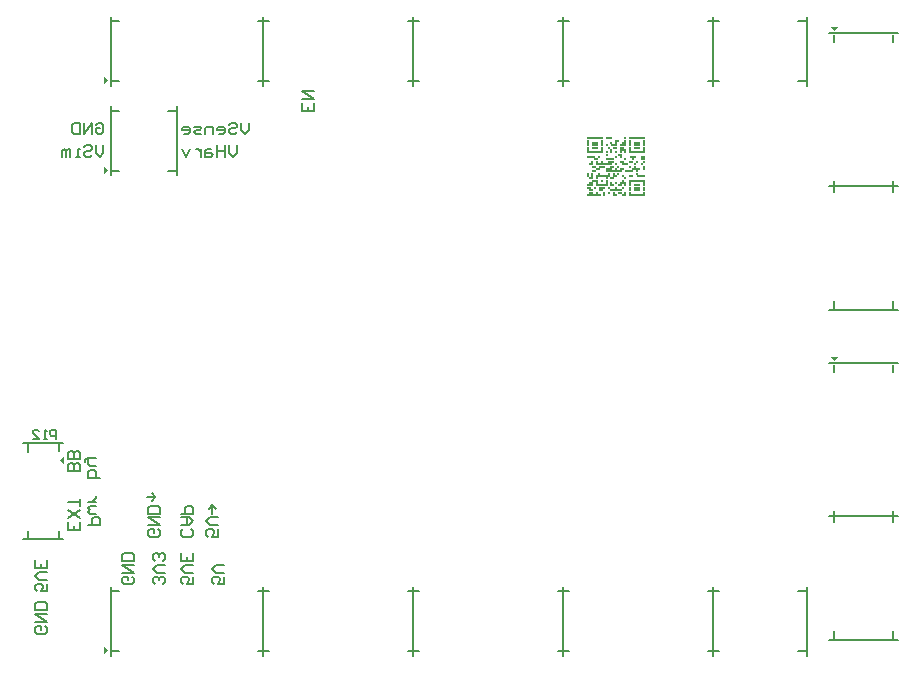
<source format=gbr>
%TF.GenerationSoftware,Altium Limited,Altium Designer,21.9.2 (33)*%
G04 Layer_Color=32896*
%FSLAX45Y45*%
%MOMM*%
%TF.SameCoordinates,7777544D-92F5-45BF-99EE-D781317D7DBF*%
%TF.FilePolarity,Positive*%
%TF.FileFunction,Legend,Bot*%
%TF.Part,Single*%
G01*
G75*
%TA.AperFunction,NonConductor*%
%ADD102C,0.20000*%
%ADD103C,0.15000*%
%ADD104R,1.40000X0.15001*%
%ADD105R,0.60000X0.15001*%
%ADD106R,0.20000X0.15001*%
%ADD107R,0.40000X0.15001*%
%ADD108R,0.60000X0.14996*%
%ADD109R,0.20000X0.14996*%
%ADD110R,0.40000X0.14996*%
%ADD111R,1.40000X0.14996*%
%ADD112R,0.80000X0.14996*%
%ADD113R,1.20000X0.14996*%
%ADD114R,1.00000X0.14996*%
G36*
X8008000Y5313500D02*
X7975843Y5352089D01*
X8040158D01*
X8008000Y5313500D01*
D02*
G37*
G36*
X1860418Y4896449D02*
X1822000Y4864434D01*
Y4928464D01*
X1860418Y4896449D01*
D02*
G37*
G36*
X1861288Y4138203D02*
X1822699Y4106046D01*
Y4170361D01*
X1861288Y4138203D01*
D02*
G37*
G36*
X8008000Y2519500D02*
X7975843Y2558089D01*
X8040158D01*
X8008000Y2519500D01*
D02*
G37*
G36*
X1488589Y1646842D02*
X1450000Y1679000D01*
X1488589Y1711157D01*
Y1646842D01*
D02*
G37*
G36*
X1860418Y70449D02*
X1822000Y38434D01*
Y102464D01*
X1860418Y70449D01*
D02*
G37*
D102*
X1180000Y1024000D02*
Y1083997D01*
X1140000Y1014000D02*
X1480000D01*
X1440000Y1024000D02*
Y1086000D01*
Y1756003D02*
Y1816000D01*
X1140000Y1826000D02*
X1480000D01*
X1180000Y1754000D02*
Y1816000D01*
X8508000Y2431503D02*
Y2491500D01*
X7963000Y2501500D02*
X8548000D01*
X8003000Y2429500D02*
Y2491500D01*
X7963000Y1206500D02*
X8548000D01*
X8508000Y1161503D02*
Y1205752D01*
X8003000Y1159500D02*
Y1206354D01*
X7972000Y1206500D02*
X8537000D01*
X8003000Y1207248D02*
Y1251497D01*
X8508000Y1206646D02*
Y1253500D01*
Y170500D02*
Y237500D01*
X8003000Y170500D02*
Y235497D01*
X7963000Y160500D02*
X8548000D01*
X8508000Y5225503D02*
Y5285500D01*
X7963000Y5295500D02*
X8548000D01*
X8003000Y5223500D02*
Y5285500D01*
X7963000Y4000500D02*
X8548000D01*
X8508000Y3955503D02*
Y3999752D01*
X8003000Y3953500D02*
Y4000354D01*
X7972000Y4000500D02*
X8537000D01*
X8003000Y4001248D02*
Y4045497D01*
X8508000Y4000646D02*
Y4047500D01*
Y2964500D02*
Y3031500D01*
X8003000Y2964500D02*
Y3029497D01*
X7963000Y2954500D02*
X8548000D01*
X3128000Y570500D02*
X3174854D01*
X3130003Y65500D02*
X3174252D01*
X3175000Y25500D02*
Y610500D01*
X4445146Y65500D02*
X4492000D01*
X4445748Y570500D02*
X4489997D01*
X4445000Y56500D02*
Y580500D01*
X4398000Y570500D02*
X4444854D01*
X4400003Y65500D02*
X4444252D01*
X4445000Y25500D02*
Y610500D01*
X5715146Y65500D02*
X5762000D01*
X5715748Y570500D02*
X5759997D01*
X5715000Y56500D02*
Y580500D01*
X5668000Y570500D02*
X5714854D01*
X5670003Y65500D02*
X5714252D01*
X5715000Y25500D02*
Y610500D01*
X6985146Y65500D02*
X7032000D01*
X6985748Y570500D02*
X7029997D01*
X6985000Y56500D02*
Y580500D01*
X6938000Y570500D02*
X6984854D01*
X6940003Y65500D02*
X6984252D01*
X6985000Y25500D02*
Y610500D01*
X7700000Y570500D02*
X7767000D01*
X7702003Y65500D02*
X7767000D01*
X7777000Y25500D02*
Y610500D01*
X3175146Y65500D02*
X3222000D01*
X3175748Y570500D02*
X3219997D01*
X3175000Y56500D02*
Y580500D01*
X1890000Y65500D02*
X1952000D01*
X1880000Y25500D02*
Y610500D01*
X1890000Y570500D02*
X1949997D01*
X3128000Y5396500D02*
X3174854D01*
X3130003Y4891500D02*
X3174252D01*
X3175000Y4851500D02*
Y5436500D01*
X4445146Y4891500D02*
X4492000D01*
X4445748Y5396500D02*
X4489997D01*
X4445000Y4882500D02*
Y5406500D01*
X4398000Y5396500D02*
X4444854D01*
X4400003Y4891500D02*
X4444252D01*
X4445000Y4851500D02*
Y5436500D01*
X5715146Y4891500D02*
X5762000D01*
X5715748Y5396500D02*
X5759997D01*
X5715000Y4882500D02*
Y5406500D01*
X5668000Y5396500D02*
X5714854D01*
X5670003Y4891500D02*
X5714252D01*
X5715000Y4851500D02*
Y5436500D01*
X6985146Y4891500D02*
X7032000D01*
X6985748Y5396500D02*
X7029997D01*
X6985000Y4882500D02*
Y5406500D01*
X6938000Y5396500D02*
X6984854D01*
X6940003Y4891500D02*
X6984252D01*
X6985000Y4851500D02*
Y5436500D01*
X7700000Y5396500D02*
X7767000D01*
X7702003Y4891500D02*
X7767000D01*
X7777000Y4851500D02*
Y5436500D01*
X3175146Y4891500D02*
X3222000D01*
X3175748Y5396500D02*
X3219997D01*
X3175000Y4882500D02*
Y5406500D01*
X1890000Y4891500D02*
X1952000D01*
X1880000Y4851500D02*
Y5436500D01*
X1890000Y5396500D02*
X1949997D01*
X2366000Y4638400D02*
X2433000D01*
X2368003Y4133400D02*
X2433000D01*
X2443000Y4093400D02*
Y4678400D01*
X1890000Y4638400D02*
X1949997D01*
X1880000Y4093400D02*
Y4678400D01*
X1890000Y4133400D02*
X1952000D01*
X2189998Y1370000D02*
X2260001D01*
X2229998Y1400002D02*
X2260001Y1370000D01*
X2229998Y1340002D02*
X2260001Y1370000D01*
X2740000Y1230000D02*
Y1300002D01*
X2710002Y1270000D02*
X2740000Y1300002D01*
X2770002Y1270000D01*
X1619968Y1156645D02*
Y1090000D01*
X1520000D01*
Y1156645D01*
X1569984Y1090000D02*
Y1123322D01*
X1619968Y1189968D02*
X1520000Y1256613D01*
X1619968D02*
X1520000Y1189968D01*
X1619968Y1289935D02*
Y1356580D01*
Y1323258D01*
X1520000D01*
X1619968Y1589839D02*
X1520000D01*
Y1639823D01*
X1536661Y1656484D01*
X1553323D01*
X1569984Y1639823D01*
Y1589839D01*
Y1639823D01*
X1586645Y1656484D01*
X1603306D01*
X1619968Y1639823D01*
Y1589839D01*
Y1689807D02*
X1520000D01*
Y1739791D01*
X1536661Y1756452D01*
X1553323D01*
X1569984Y1739791D01*
Y1689807D01*
Y1739791D01*
X1586645Y1756452D01*
X1603306D01*
X1619968Y1739791D01*
Y1689807D01*
X2563307Y1096645D02*
X2579968Y1079984D01*
Y1046661D01*
X2563307Y1030000D01*
X2496662D01*
X2480000Y1046661D01*
Y1079984D01*
X2496662Y1096645D01*
X2480000Y1129968D02*
X2546645D01*
X2579968Y1163290D01*
X2546645Y1196613D01*
X2480000D01*
X2529984D01*
Y1129968D01*
X2480000Y1229935D02*
X2579968D01*
Y1279919D01*
X2563307Y1296580D01*
X2529984D01*
X2513323Y1279919D01*
Y1229935D01*
X2283307Y1096645D02*
X2299968Y1079984D01*
Y1046661D01*
X2283307Y1030000D01*
X2216662D01*
X2200000Y1046661D01*
Y1079984D01*
X2216662Y1096645D01*
X2249984D01*
Y1063322D01*
X2200000Y1129968D02*
X2299968D01*
X2200000Y1196613D01*
X2299968D01*
Y1229935D02*
X2200000D01*
Y1279919D01*
X2216662Y1296580D01*
X2283307D01*
X2299968Y1279919D01*
Y1229935D01*
X2789968Y1096645D02*
Y1030000D01*
X2739984D01*
X2756645Y1063322D01*
Y1079984D01*
X2739984Y1096645D01*
X2706662D01*
X2690000Y1079984D01*
Y1046661D01*
X2706662Y1030000D01*
X2789968Y1129968D02*
X2723323D01*
X2690000Y1163290D01*
X2723323Y1196613D01*
X2789968D01*
X1693322Y1130000D02*
X1793290D01*
Y1179984D01*
X1776629Y1196645D01*
X1743306D01*
X1726645Y1179984D01*
Y1130000D01*
X1759967Y1229968D02*
X1709984D01*
X1693322Y1246629D01*
X1709984Y1263290D01*
X1693322Y1279951D01*
X1709984Y1296613D01*
X1759967D01*
Y1329935D02*
X1693322D01*
X1726645D01*
X1743306Y1346597D01*
X1759967Y1363258D01*
Y1379919D01*
X1793290Y1529871D02*
X1693322D01*
Y1579855D01*
X1709984Y1596516D01*
X1726645D01*
X1743306D01*
X1759967Y1579855D01*
Y1529871D01*
Y1629839D02*
X1709984D01*
X1693322Y1646500D01*
Y1696484D01*
X1676661D01*
X1660000Y1679823D01*
Y1663161D01*
X1693322Y1696484D02*
X1759967D01*
X1339968Y636645D02*
Y570000D01*
X1289984D01*
X1306645Y603322D01*
Y619984D01*
X1289984Y636645D01*
X1256661D01*
X1240000Y619984D01*
Y586661D01*
X1256661Y570000D01*
X1339968Y669968D02*
X1273323D01*
X1240000Y703290D01*
X1273323Y736613D01*
X1339968D01*
Y836580D02*
Y769935D01*
X1240000D01*
Y836580D01*
X1289984Y769935D02*
Y803258D01*
X1323306Y276645D02*
X1339968Y259983D01*
Y226661D01*
X1323306Y210000D01*
X1256661D01*
X1240000Y226661D01*
Y259983D01*
X1256661Y276645D01*
X1289984D01*
Y243322D01*
X1240000Y309967D02*
X1339968D01*
X1240000Y376612D01*
X1339968D01*
Y409935D02*
X1240000D01*
Y459919D01*
X1256661Y476580D01*
X1323306D01*
X1339968Y459919D01*
Y409935D01*
X2950000Y4349968D02*
Y4283322D01*
X2916677Y4250000D01*
X2883355Y4283322D01*
Y4349968D01*
X2850032D02*
Y4250000D01*
Y4299984D01*
X2783387D01*
Y4349968D01*
Y4250000D01*
X2733403Y4316645D02*
X2700080D01*
X2683419Y4299984D01*
Y4250000D01*
X2733403D01*
X2750064Y4266661D01*
X2733403Y4283322D01*
X2683419D01*
X2650097Y4316645D02*
Y4250000D01*
Y4283322D01*
X2633435Y4299984D01*
X2616774Y4316645D01*
X2600113D01*
X2550129D02*
X2516806Y4250000D01*
X2483484Y4316645D01*
X3050000Y4539968D02*
Y4473323D01*
X3016677Y4440000D01*
X2983355Y4473323D01*
Y4539968D01*
X2883387Y4523306D02*
X2900048Y4539968D01*
X2933371D01*
X2950032Y4523306D01*
Y4506645D01*
X2933371Y4489984D01*
X2900048D01*
X2883387Y4473323D01*
Y4456661D01*
X2900048Y4440000D01*
X2933371D01*
X2950032Y4456661D01*
X2800081Y4440000D02*
X2833403D01*
X2850064Y4456661D01*
Y4489984D01*
X2833403Y4506645D01*
X2800081D01*
X2783419Y4489984D01*
Y4473323D01*
X2850064D01*
X2750097Y4440000D02*
Y4506645D01*
X2700113D01*
X2683452Y4489984D01*
Y4440000D01*
X2650129D02*
X2600145D01*
X2583484Y4456661D01*
X2600145Y4473323D01*
X2633467D01*
X2650129Y4489984D01*
X2633467Y4506645D01*
X2583484D01*
X2500177Y4440000D02*
X2533500D01*
X2550161Y4456661D01*
Y4489984D01*
X2533500Y4506645D01*
X2500177D01*
X2483516Y4489984D01*
Y4473323D01*
X2550161D01*
X1820000Y4349968D02*
Y4283322D01*
X1786677Y4250000D01*
X1753355Y4283322D01*
Y4349968D01*
X1653387Y4333306D02*
X1670048Y4349968D01*
X1703371D01*
X1720032Y4333306D01*
Y4316645D01*
X1703371Y4299984D01*
X1670048D01*
X1653387Y4283322D01*
Y4266661D01*
X1670048Y4250000D01*
X1703371D01*
X1720032Y4266661D01*
X1620064Y4250000D02*
X1586742D01*
X1603403D01*
Y4316645D01*
X1620064D01*
X1536758Y4250000D02*
Y4316645D01*
X1520097D01*
X1503435Y4299984D01*
Y4250000D01*
Y4299984D01*
X1486774Y4316645D01*
X1470113Y4299984D01*
Y4250000D01*
X1753355Y4523306D02*
X1770016Y4539968D01*
X1803339D01*
X1820000Y4523306D01*
Y4456661D01*
X1803339Y4440000D01*
X1770016D01*
X1753355Y4456661D01*
Y4489984D01*
X1786677D01*
X1720032Y4440000D02*
Y4539968D01*
X1653387Y4440000D01*
Y4539968D01*
X1620064D02*
Y4440000D01*
X1570080D01*
X1553419Y4456661D01*
Y4523306D01*
X1570080Y4539968D01*
X1620064D01*
X3599968Y4706645D02*
Y4640000D01*
X3500000D01*
Y4706645D01*
X3549984Y4640000D02*
Y4673322D01*
X3500000Y4739967D02*
X3599968D01*
X3500000Y4806612D01*
X3599968D01*
X2839968Y696645D02*
Y630000D01*
X2789984D01*
X2806645Y663322D01*
Y679983D01*
X2789984Y696645D01*
X2756661D01*
X2740000Y679983D01*
Y646661D01*
X2756661Y630000D01*
X2839968Y729967D02*
X2773322D01*
X2740000Y763290D01*
X2773322Y796612D01*
X2839968D01*
X2579968Y696645D02*
Y630000D01*
X2529984D01*
X2546645Y663322D01*
Y679983D01*
X2529984Y696645D01*
X2496661D01*
X2480000Y679983D01*
Y646661D01*
X2496661Y630000D01*
X2579968Y729967D02*
X2513322D01*
X2480000Y763290D01*
X2513322Y796612D01*
X2579968D01*
Y896580D02*
Y829935D01*
X2480000D01*
Y896580D01*
X2529984Y829935D02*
Y863258D01*
X2323306Y630000D02*
X2339968Y646661D01*
Y679983D01*
X2323306Y696645D01*
X2306645D01*
X2289984Y679983D01*
Y663322D01*
Y679983D01*
X2273322Y696645D01*
X2256661D01*
X2240000Y679983D01*
Y646661D01*
X2256661Y630000D01*
X2339968Y729967D02*
X2273322D01*
X2240000Y763290D01*
X2273322Y796612D01*
X2339968D01*
X2323306Y829935D02*
X2339968Y846596D01*
Y879919D01*
X2323306Y896580D01*
X2306645D01*
X2289984Y879919D01*
Y863258D01*
Y879919D01*
X2273322Y896580D01*
X2256661D01*
X2240000Y879919D01*
Y846596D01*
X2256661Y829935D01*
X2063306Y696645D02*
X2079968Y679983D01*
Y646661D01*
X2063306Y630000D01*
X1996661D01*
X1980000Y646661D01*
Y679983D01*
X1996661Y696645D01*
X2029984D01*
Y663322D01*
X1980000Y729967D02*
X2079968D01*
X1980000Y796612D01*
X2079968D01*
Y829935D02*
X1980000D01*
Y879919D01*
X1996661Y896580D01*
X2063306D01*
X2079968Y879919D01*
Y829935D01*
D103*
X1419968Y1860013D02*
Y1939987D01*
X1379980D01*
X1366652Y1926658D01*
Y1900000D01*
X1379980Y1886671D01*
X1419968D01*
X1339994Y1860013D02*
X1313335D01*
X1326664D01*
Y1939987D01*
X1339994Y1926658D01*
X1220032Y1860013D02*
X1273348D01*
X1220032Y1913329D01*
Y1926658D01*
X1233361Y1939987D01*
X1260019D01*
X1273348Y1926658D01*
D104*
X5980001Y4407502D02*
D03*
X6340000D02*
D03*
D105*
X6100000D02*
D03*
X5980001Y4367502D02*
D03*
X6340000D02*
D03*
X6140000Y4347502D02*
D03*
X6300000Y4247502D02*
D03*
D106*
X6240000Y4407502D02*
D03*
X5920001Y4387502D02*
D03*
X6040001D02*
D03*
X6240000D02*
D03*
X6280000D02*
D03*
X6400000D02*
D03*
X5920001Y4367502D02*
D03*
X6040001D02*
D03*
X6120000D02*
D03*
X6160000D02*
D03*
X6280000D02*
D03*
X6400000D02*
D03*
X5920001Y4347502D02*
D03*
X6040001D02*
D03*
X6080001D02*
D03*
X6280000D02*
D03*
X6400000D02*
D03*
X5920001Y4327502D02*
D03*
X6040001D02*
D03*
X6280000D02*
D03*
X6400000D02*
D03*
X5920001Y4307502D02*
D03*
X6040001D02*
D03*
X6120000D02*
D03*
X6280000D02*
D03*
X6400000D02*
D03*
X6080001Y4287502D02*
D03*
X6120000D02*
D03*
X6160000D02*
D03*
X6200000D02*
D03*
X6240000D02*
D03*
X6080001Y4267502D02*
D03*
X6020001Y4247502D02*
D03*
X6160000D02*
D03*
X6200000D02*
D03*
D107*
X6170000Y4387502D02*
D03*
X6230000Y4367502D02*
D03*
X6150000Y4327502D02*
D03*
X6190000Y4267502D02*
D03*
X6390000Y4247502D02*
D03*
Y4227502D02*
D03*
D108*
X5980001Y4347500D02*
D03*
X6220000D02*
D03*
X6340000D02*
D03*
X5980001Y4327500D02*
D03*
X6340000D02*
D03*
X6220000Y4307500D02*
D03*
X6120000Y4207500D02*
D03*
X6240000Y4187500D02*
D03*
X6040001Y4167500D02*
D03*
X6100000Y4147500D02*
D03*
X5980001Y4047500D02*
D03*
X6220000Y4027500D02*
D03*
X5940001Y4007500D02*
D03*
X6340000D02*
D03*
X6040001Y3987500D02*
D03*
X6340000D02*
D03*
Y3967500D02*
D03*
D109*
X6100000Y4327500D02*
D03*
X6240000Y4227500D02*
D03*
X6300000D02*
D03*
X5960001Y4207500D02*
D03*
X6000001D02*
D03*
X6040001D02*
D03*
X6340000D02*
D03*
X6400000D02*
D03*
X6160000Y4187500D02*
D03*
X6320000D02*
D03*
X6380000D02*
D03*
X6180000Y4167500D02*
D03*
X6280000D02*
D03*
X6320000D02*
D03*
X6400000D02*
D03*
X6160000Y4147500D02*
D03*
X6400000D02*
D03*
X6340000Y4127500D02*
D03*
X5920001Y4107500D02*
D03*
X5960001D02*
D03*
X6020001D02*
D03*
X6100000D02*
D03*
X6140000D02*
D03*
X6180000D02*
D03*
X6340000D02*
D03*
X5920001Y4087500D02*
D03*
X5960001D02*
D03*
X6220000D02*
D03*
X6000001Y4067500D02*
D03*
X6080001D02*
D03*
X6240000D02*
D03*
X6040001Y4047500D02*
D03*
X6080001D02*
D03*
X6220000D02*
D03*
X6000001Y4027500D02*
D03*
X6080001D02*
D03*
X6120000D02*
D03*
X6160000D02*
D03*
X6280000D02*
D03*
X6400000D02*
D03*
X6240000Y4007500D02*
D03*
X6280000D02*
D03*
X6400000D02*
D03*
X5980001Y3987500D02*
D03*
X6100000D02*
D03*
X6160000D02*
D03*
X6220000D02*
D03*
X6280000D02*
D03*
X6400000D02*
D03*
X6280000Y3967500D02*
D03*
X6400000D02*
D03*
X6000001Y3947500D02*
D03*
X6060001D02*
D03*
X6100000D02*
D03*
X6140000D02*
D03*
X6240000D02*
D03*
X6280000D02*
D03*
X6400000D02*
D03*
X6060001Y3927500D02*
D03*
D110*
X6210000Y4327500D02*
D03*
X5990001Y4227500D02*
D03*
X6210000Y4207500D02*
D03*
X6290000D02*
D03*
X5950001Y4187500D02*
D03*
X5970001Y4167500D02*
D03*
X6130000D02*
D03*
X6010001Y4147500D02*
D03*
X6210000D02*
D03*
X5970001Y4127500D02*
D03*
X6150000Y4087500D02*
D03*
X6290000D02*
D03*
X5950001Y4067500D02*
D03*
X6130000D02*
D03*
X5950001Y4027500D02*
D03*
X6130000Y4007500D02*
D03*
X6190000D02*
D03*
X5930001Y3987500D02*
D03*
X5950001Y3967500D02*
D03*
X6030001D02*
D03*
X5950001Y3947500D02*
D03*
X6190000D02*
D03*
X6150000Y3927500D02*
D03*
X6230000D02*
D03*
D111*
X5980001Y4287500D02*
D03*
X6340000D02*
D03*
X6060001Y4187500D02*
D03*
X6140000Y4127500D02*
D03*
X6340000Y4047500D02*
D03*
Y3927500D02*
D03*
D112*
X5950001Y4247500D02*
D03*
X6110000Y4227500D02*
D03*
X6330000Y4147500D02*
D03*
X6270000Y4127500D02*
D03*
X6370000Y4087500D02*
D03*
D113*
X6050001D02*
D03*
X5970001Y3927500D02*
D03*
D114*
X6040001Y4007500D02*
D03*
X6160000Y3967500D02*
D03*
%TF.MD5,55a254330d12ac7249dcf5831fc4ec59*%
M02*

</source>
